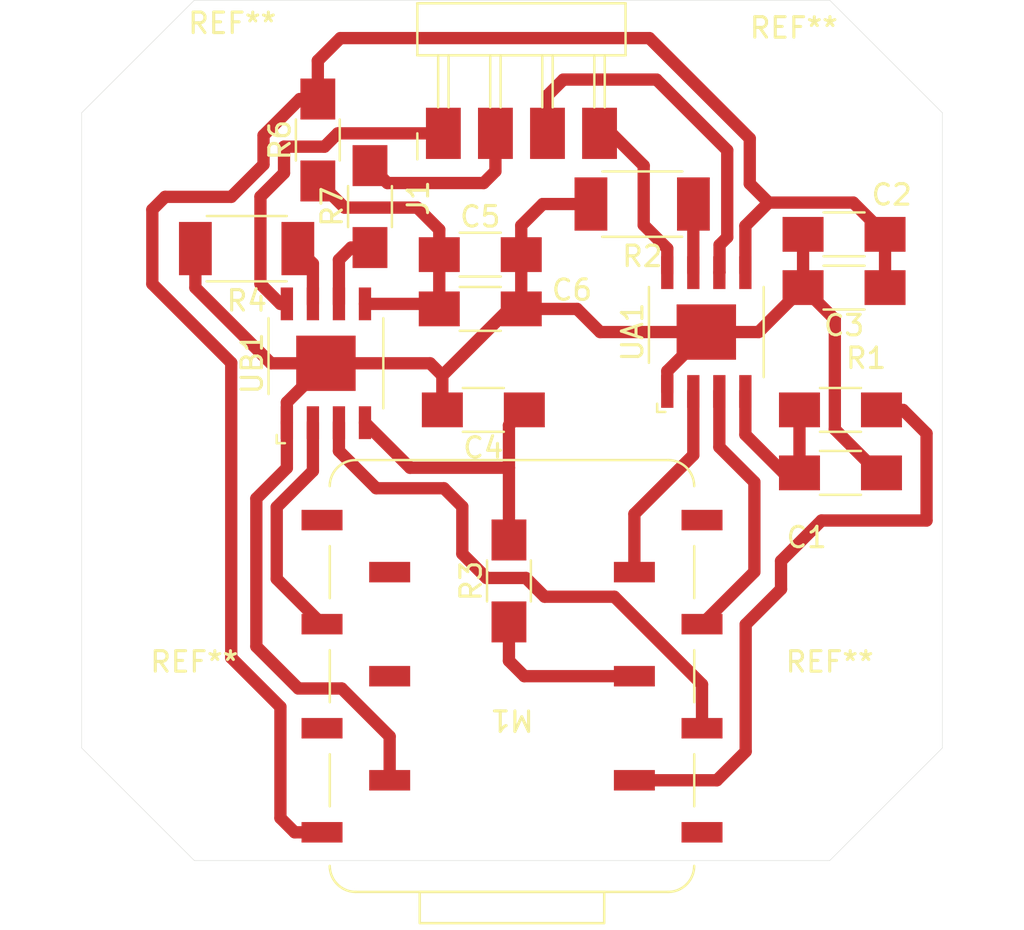
<source format=kicad_pcb>
(kicad_pcb (version 20221018) (generator pcbnew)
  (layers (0 "F.Cu" signal) (31 "B.Cu" signal) (34 "B.Paste" user) (35 "F.Paste" user) (36 "B.SilkS" user "B.Silkscreen") (37 "F.SilkS" user "F.Silkscreen") (38 "B.Mask" user) (39 "F.Mask" user) (44 "Edge.Cuts" user))
  (net 0 "")
  (net 1 "/OA2")
  (net 2 "/OA1")
  (net 3 "/OB1")
  (net 4 "/OB2")
  (net 10 "PWR_GND")
  (net 11 "Net-(UA1-VREF)")
  (net 12 "PWR_5V")
  (net 13 "/AVREF")
  (net 14 "Net-(UB1-VREF)")
  (net 15 "/AIN2")
  (net 16 "/AIN1")
  (net 17 "Net-(UA1-RS)")
  (net 18 "/BVREF")
  (net 19 "/BIN1")
  (net 20 "/BIN2")
  (net 21 "PWR_3V3")
  (net 22 "Net-(UB1-RS)")
  (net 23 "Net-(UB1-OUT1)")
  (footprint "MountingHole:MountingHole_3.2mm_M3" (layer "F.Cu") (at 124.15 48.95)
    (fp_text reference "REF**" (at 1.85 -4.375) (layer "F.SilkS"))
    (fp_text value "MountingHole_3.2mm_M3")
    (pad "" np_thru_hole circle (at 0 0) (size 3.2 3.2) (drill 3.2) (layers "*.Cu" "*.Mask"))
  )
  (footprint "fab:R_1206" (layer "F.Cu") (at 130.175 50.275 90)
    (fp_text reference "R6" (at 0 -1.85 90) (layer "F.SilkS"))
    (fp_text value "0 ohm")
    (fp_line (start -1 -1.07) (end 1 -1.07) (stroke (width 0.12)) (layer "F.SilkS"))
    (fp_line (start 1 1.07) (end -1 1.07) (stroke (width 0.12)) (layer "F.SilkS"))
    (pad "1" smd rect (at -2 0 90) (size 2 1.7) (layers "F.Cu" "F.Paste" "F.Mask") (net 12 "PWR_5V"))
    (pad "2" smd rect (at 2 0 90) (size 2 1.7) (layers "F.Cu" "F.Paste" "F.Mask") (net 12 "PWR_5V"))
  )
  (footprint "fab:SeeedStudio_XIAO_SocketSMD" (layer "F.Cu") (at 139.65 76.45 180)
    (fp_text reference "M1" (at 0.0025 -2.149 180 unlocked) (layer "F.SilkS"))
    (fp_text value "XIAO-RP2040_SocketSMD")
    (fp_line (start -8.89 -6.35) (end -8.89 -3.81) (stroke (width 0.12)) (layer "F.SilkS"))
    (fp_line (start -8.89 -1.27) (end -8.89 1.27) (stroke (width 0.12)) (layer "F.SilkS"))
    (fp_line (start -8.89 3.81) (end -8.89 6.35) (stroke (width 0.12)) (layer "F.SilkS"))
    (fp_line (start -7.6175 -10.531) (end 7.6225 -10.531) (stroke (width 0.12)) (layer "F.SilkS"))
    (fp_line (start 7.6225 10.551) (end -7.6175 10.551) (stroke (width 0.12)) (layer "F.SilkS"))
    (fp_line (start 8.89 -6.35) (end 8.89 -3.81) (stroke (width 0.12)) (layer "F.SilkS"))
    (fp_line (start 8.89 -1.27) (end 8.89 1.27) (stroke (width 0.12)) (layer "F.SilkS"))
    (fp_line (start 8.89 3.81) (end 8.89 6.35) (stroke (width 0.12)) (layer "F.SilkS"))
    (fp_rect (start -4.4975 -10.531) (end 4.5025 -12.055) (stroke (width 0.12)) (fill none) (layer "F.SilkS"))
    (fp_arc (start -8.8875 -9.261) (mid -8.515526 -10.159026) (end -7.6175 -10.531) (stroke (width 0.12)) (layer "F.SilkS"))
    (fp_arc (start -7.6175 10.551) (mid -8.515526 10.179026) (end -8.8875 9.281) (stroke (width 0.12)) (layer "F.SilkS"))
    (fp_arc (start 7.6225 -10.531) (mid 8.520526 -10.159026) (end 8.8925 -9.261) (stroke (width 0.12)) (layer "F.SilkS"))
    (fp_arc (start 8.8925 9.281) (mid 8.520526 10.179026) (end 7.6225 10.551) (stroke (width 0.12)) (layer "F.SilkS"))
    (pad "1" smd rect (at -9.27 -7.62 180) (size 2 1) (layers "F.Cu" "F.Paste" "F.Mask"))
    (pad "2" smd rect (at -5.97 -5.08 180) (size 2 1) (layers "F.Cu" "F.Paste" "F.Mask") (net 13 "/AVREF"))
    (pad "3" smd rect (at -9.27 -2.54 180) (size 2 1) (layers "F.Cu" "F.Paste" "F.Mask") (net 19 "/BIN1"))
    (pad "4" smd rect (at -5.97 0 180) (size 2 1) (layers "F.Cu" "F.Paste" "F.Mask") (net 18 "/BVREF"))
    (pad "5" smd rect (at -9.27 2.54 180) (size 2 1) (layers "F.Cu" "F.Paste" "F.Mask") (net 16 "/AIN1"))
    (pad "6" smd rect (at -5.97 5.08 180) (size 2 1) (layers "F.Cu" "F.Paste" "F.Mask") (net 15 "/AIN2"))
    (pad "7" smd rect (at -9.27 7.62 180) (size 2 1) (layers "F.Cu" "F.Paste" "F.Mask"))
    (pad "8" smd rect (at 9.27 7.62 180) (size 2 1) (layers "F.Cu" "F.Paste" "F.Mask"))
    (pad "9" smd rect (at 5.97 5.08 180) (size 2 1) (layers "F.Cu" "F.Paste" "F.Mask"))
    (pad "10" smd rect (at 9.27 2.54 180) (size 2 1) (layers "F.Cu" "F.Paste" "F.Mask") (net 20 "/BIN2"))
    (pad "11" smd rect (at 5.97 0 180) (size 2 1) (layers "F.Cu" "F.Paste" "F.Mask"))
    (pad "12" smd rect (at 9.27 -2.54 180) (size 2 1) (layers "F.Cu" "F.Paste" "F.Mask") (net 21 "PWR_3V3"))
    (pad "13" smd rect (at 5.97 -5.08 180) (size 2 1) (layers "F.Cu" "F.Paste" "F.Mask") (net 10 "PWR_GND"))
    (pad "14" smd rect (at 9.27 -7.62 180) (size 2 1) (layers "F.Cu" "F.Paste" "F.Mask") (net 12 "PWR_5V"))
  )
  (footprint "MountingHole:MountingHole_3.2mm_M3" (layer "F.Cu") (at 155.15 79.95)
    (fp_text reference "REF**" (at 0 -4.2) (layer "F.SilkS"))
    (fp_text value "MountingHole_3.2mm_M3")
    (pad "" np_thru_hole circle (at 0 0) (size 3.2 3.2) (drill 3.2) (layers "*.Cu" "*.Mask"))
  )
  (footprint "fab:R_2010" (layer "F.Cu") (at 146 53.4 180)
    (fp_text reference "R2" (at -0.01 -2.55) (layer "F.SilkS"))
    (fp_text value "0.250 ohm")
    (fp_line (start -1.95 -1.6) (end 1.95 -1.6) (stroke (width 0.12)) (layer "F.SilkS"))
    (fp_line (start 1.94 1.59) (end -1.96 1.59) (stroke (width 0.12)) (layer "F.SilkS"))
    (pad "1" smd rect (at -2.5 0 180) (size 1.6 2.6) (layers "F.Cu" "F.Paste" "F.Mask") (net 17 "Net-(UA1-RS)"))
    (pad "2" smd rect (at 2.5 0 180) (size 1.6 2.6) (layers "F.Cu" "F.Paste" "F.Mask") (net 10 "PWR_GND"))
  )
  (footprint "fab:R_2010" (layer "F.Cu") (at 126.7 55.575 180)
    (fp_text reference "R4" (at -0.01 -2.55) (layer "F.SilkS"))
    (fp_text value "0.250 ohm")
    (fp_line (start -1.95 -1.6) (end 1.95 -1.6) (stroke (width 0.12)) (layer "F.SilkS"))
    (fp_line (start 1.94 1.59) (end -1.96 1.59) (stroke (width 0.12)) (layer "F.SilkS"))
    (pad "1" smd rect (at -2.5 0 180) (size 1.6 2.6) (layers "F.Cu" "F.Paste" "F.Mask") (net 22 "Net-(UB1-RS)"))
    (pad "2" smd rect (at 2.5 0 180) (size 1.6 2.6) (layers "F.Cu" "F.Paste" "F.Mask") (net 10 "PWR_GND"))
  )
  (footprint "fab:R_1206" (layer "F.Cu") (at 139.5 71.8 90)
    (fp_text reference "R3" (at 0 -1.85 90) (layer "F.SilkS"))
    (fp_text value "120 ohm")
    (fp_line (start -1 -1.07) (end 1 -1.07) (stroke (width 0.12)) (layer "F.SilkS"))
    (fp_line (start 1 1.07) (end -1 1.07) (stroke (width 0.12)) (layer "F.SilkS"))
    (pad "1" smd rect (at -2 0 90) (size 2 1.7) (layers "F.Cu" "F.Paste" "F.Mask") (net 18 "/BVREF"))
    (pad "2" smd rect (at 2 0 90) (size 2 1.7) (layers "F.Cu" "F.Paste" "F.Mask") (net 14 "Net-(UB1-VREF)"))
  )
  (footprint "fab:C_1206" (layer "F.Cu") (at 155.675 66.525)
    (fp_text reference "C1" (at -1.65 3.15) (layer "F.SilkS"))
    (fp_text value "0.1 uF")
    (fp_line (start -1 -1.07) (end 1 -1.07) (stroke (width 0.12)) (layer "F.SilkS"))
    (fp_line (start 1 1.07) (end -1 1.07) (stroke (width 0.12)) (layer "F.SilkS"))
    (pad "1" smd rect (at -2 0) (size 2 1.7) (layers "F.Cu" "F.Paste" "F.Mask") (net 11 "Net-(UA1-VREF)"))
    (pad "2" smd rect (at 2 0) (size 2 1.7) (layers "F.Cu" "F.Paste" "F.Mask") (net 10 "PWR_GND"))
  )
  (footprint "fab:C_1206" (layer "F.Cu") (at 138.099998 55.870001)
    (fp_text reference "C5" (at 0 -1.85) (layer "F.SilkS"))
    (fp_text value "1uF")
    (fp_line (start -1 -1.07) (end 1 -1.07) (stroke (width 0.12)) (layer "F.SilkS"))
    (fp_line (start 1 1.07) (end -1 1.07) (stroke (width 0.12)) (layer "F.SilkS"))
    (pad "1" smd rect (at -2 0) (size 2 1.7) (layers "F.Cu" "F.Paste" "F.Mask") (net 12 "PWR_5V"))
    (pad "2" smd rect (at 2 0) (size 2 1.7) (layers "F.Cu" "F.Paste" "F.Mask") (net 10 "PWR_GND"))
  )
  (footprint "MountingHole:MountingHole_3.2mm_M3" (layer "F.Cu") (at 155.15 48.95)
    (fp_text reference "REF**" (at -1.75 -4.15) (layer "F.SilkS"))
    (fp_text value "MountingHole_3.2mm_M3")
    (pad "" np_thru_hole circle (at 0 0) (size 3.2 3.2) (drill 3.2) (layers "*.Cu" "*.Mask"))
  )
  (footprint "fab:C_1206" (layer "F.Cu") (at 138.099998 58.520001)
    (fp_text reference "C6" (at 4.475002 -0.920001) (layer "F.SilkS"))
    (fp_text value "10uF")
    (fp_line (start -1 -1.07) (end 1 -1.07) (stroke (width 0.12)) (layer "F.SilkS"))
    (fp_line (start 1 1.07) (end -1 1.07) (stroke (width 0.12)) (layer "F.SilkS"))
    (pad "1" smd rect (at -2 0) (size 2 1.7) (layers "F.Cu" "F.Paste" "F.Mask") (net 12 "PWR_5V"))
    (pad "2" smd rect (at 2 0) (size 2 1.7) (layers "F.Cu" "F.Paste" "F.Mask") (net 10 "PWR_GND"))
  )
  (footprint "MountingHole:MountingHole_3.2mm_M3" (layer "F.Cu") (at 124.15 79.95)
    (fp_text reference "REF**" (at 0 -4.2) (layer "F.SilkS"))
    (fp_text value "MountingHole_3.2mm_M3")
    (pad "" np_thru_hole circle (at 0 0) (size 3.2 3.2) (drill 3.2) (layers "*.Cu" "*.Mask"))
  )
  (footprint "fab:HSOP-8" (layer "F.Cu") (at 130.57 61.175 90)
    (fp_text reference "UB1" (at 0 -3.6 90 unlocked) (layer "F.SilkS"))
    (fp_text value "TB67H451FNG")
    (fp_line (start -3.9 -2.4) (end -3.5 -2.4) (stroke (width 0.12)) (layer "F.SilkS"))
    (fp_line (start -3.9 -2) (end -3.9 -2.4) (stroke (width 0.12)) (layer "F.SilkS"))
    (fp_line (start -2.2 2.8) (end 2.2 2.8) (stroke (width 0.12)) (layer "F.SilkS"))
    (fp_line (start -1.5 -2.8) (end 2.2 -2.8) (stroke (width 0.12)) (layer "F.SilkS"))
    (pad "1" smd rect (at -2.9 -1.905 90) (size 1.6 0.6) (layers "F.Cu" "F.Paste" "F.Mask") (net 10 "PWR_GND"))
    (pad "2" smd rect (at -2.9 -0.635 90) (size 1.6 0.6) (layers "F.Cu" "F.Paste" "F.Mask") (net 20 "/BIN2"))
    (pad "3" smd rect (at -2.9 0.635 90) (size 1.6 0.6) (layers "F.Cu" "F.Paste" "F.Mask") (net 19 "/BIN1"))
    (pad "4" smd rect (at -2.9 1.905 90) (size 1.6 0.6) (layers "F.Cu" "F.Paste" "F.Mask") (net 14 "Net-(UB1-VREF)"))
    (pad "5" smd rect (at 2.9 1.905 90) (size 1.6 0.6) (layers "F.Cu" "F.Paste" "F.Mask") (net 12 "PWR_5V"))
    (pad "6" smd rect (at 2.9 0.635 90) (size 1.6 0.6) (layers "F.Cu" "F.Paste" "F.Mask") (net 23 "Net-(UB1-OUT1)"))
    (pad "7" smd rect (at 2.9 -0.635 90) (size 1.6 0.6) (layers "F.Cu" "F.Paste" "F.Mask") (net 22 "Net-(UB1-RS)"))
    (pad "8" smd rect (at 2.9 -1.905 90) (size 1.6 0.6) (layers "F.Cu" "F.Paste" "F.Mask") (net 3 "/OB1"))
    (pad "9" smd rect (at 0 0 90) (size 2.7 2.9) (layers "F.Cu" "F.Paste" "F.Mask") (net 10 "PWR_GND"))
  )
  (footprint "fab:HSOP-8" (layer "F.Cu") (at 149.13 59.65 90)
    (fp_text reference "UA1" (at 0 -3.6 90 unlocked) (layer "F.SilkS"))
    (fp_text value "TB67H451FNG")
    (fp_line (start -3.9 -2.4) (end -3.5 -2.4) (stroke (width 0.12)) (layer "F.SilkS"))
    (fp_line (start -3.9 -2) (end -3.9 -2.4) (stroke (width 0.12)) (layer "F.SilkS"))
    (fp_line (start -2.2 2.8) (end 2.2 2.8) (stroke (width 0.12)) (layer "F.SilkS"))
    (fp_line (start -1.5 -2.8) (end 2.2 -2.8) (stroke (width 0.12)) (layer "F.SilkS"))
    (pad "1" smd rect (at -2.9 -1.905 90) (size 1.6 0.6) (layers "F.Cu" "F.Paste" "F.Mask") (net 10 "PWR_GND"))
    (pad "2" smd rect (at -2.9 -0.635 90) (size 1.6 0.6) (layers "F.Cu" "F.Paste" "F.Mask") (net 15 "/AIN2"))
    (pad "3" smd rect (at -2.9 0.635 90) (size 1.6 0.6) (layers "F.Cu" "F.Paste" "F.Mask") (net 16 "/AIN1"))
    (pad "4" smd rect (at -2.9 1.905 90) (size 1.6 0.6) (layers "F.Cu" "F.Paste" "F.Mask") (net 11 "Net-(UA1-VREF)"))
    (pad "5" smd rect (at 2.9 1.905 90) (size 1.6 0.6) (layers "F.Cu" "F.Paste" "F.Mask") (net 12 "PWR_5V"))
    (pad "6" smd rect (at 2.9 0.635 90) (size 1.6 0.6) (layers "F.Cu" "F.Paste" "F.Mask") (net 2 "/OA1"))
    (pad "7" smd rect (at 2.9 -0.635 90) (size 1.6 0.6) (layers "F.Cu" "F.Paste" "F.Mask") (net 17 "Net-(UA1-RS)"))
    (pad "8" smd rect (at 2.9 -1.905 90) (size 1.6 0.6) (layers "F.Cu" "F.Paste" "F.Mask") (net 1 "/OA2"))
    (pad "9" smd rect (at 0 0 90) (size 2.7 2.9) (layers "F.Cu" "F.Paste" "F.Mask") (net 10 "PWR_GND"))
  )
  (footprint "fab:R_1206" (layer "F.Cu") (at 155.675 63.45 180)
    (fp_text reference "R1" (at -1.25 2.525) (layer "F.SilkS"))
    (fp_text value "120 ohm")
    (fp_line (start -1 -1.07) (end 1 -1.07) (stroke (width 0.12)) (layer "F.SilkS"))
    (fp_line (start 1 1.07) (end -1 1.07) (stroke (width 0.12)) (layer "F.SilkS"))
    (pad "1" smd rect (at -2 0 180) (size 2 1.7) (layers "F.Cu" "F.Paste" "F.Mask") (net 13 "/AVREF"))
    (pad "2" smd rect (at 2 0 180) (size 2 1.7) (layers "F.Cu" "F.Paste" "F.Mask") (net 11 "Net-(UA1-VREF)"))
  )
  (footprint "fab:C_1206" (layer "F.Cu") (at 155.85 57.48 180)
    (fp_text reference "C3" (at 0 -1.85) (layer "F.SilkS"))
    (fp_text value "10uF")
    (fp_line (start -1 -1.07) (end 1 -1.07) (stroke (width 0.12)) (layer "F.SilkS"))
    (fp_line (start 1 1.07) (end -1 1.07) (stroke (width 0.12)) (layer "F.SilkS"))
    (pad "1" smd rect (at -2 0 180) (size 2 1.7) (layers "F.Cu" "F.Paste" "F.Mask") (net 12 "PWR_5V"))
    (pad "2" smd rect (at 2 0 180) (size 2 1.7) (layers "F.Cu" "F.Paste" "F.Mask") (net 10 "PWR_GND"))
  )
  (footprint "fab:C_1206" (layer "F.Cu") (at 138.25 63.45 180)
    (fp_text reference "C4" (at 0 -1.85) (layer "F.SilkS"))
    (fp_text value "0.1 uF")
    (fp_line (start -1 -1.07) (end 1 -1.07) (stroke (width 0.12)) (layer "F.SilkS"))
    (fp_line (start 1 1.07) (end -1 1.07) (stroke (width 0.12)) (layer "F.SilkS"))
    (pad "1" smd rect (at -2 0 180) (size 2 1.7) (layers "F.Cu" "F.Paste" "F.Mask") (net 14 "Net-(UB1-VREF)"))
    (pad "2" smd rect (at 2 0 180) (size 2 1.7) (layers "F.Cu" "F.Paste" "F.Mask") (net 10 "PWR_GND"))
  )
  (footprint "fab:R_1206" (layer "F.Cu") (at 132.72 53.525 90)
    (fp_text reference "R7" (at 0 -1.85 90) (layer "F.SilkS"))
    (fp_text value "0 ohm")
    (fp_line (start -1 -1.07) (end 1 -1.07) (stroke (width 0.12)) (layer "F.SilkS"))
    (fp_line (start 1 1.07) (end -1 1.07) (stroke (width 0.12)) (layer "F.SilkS"))
    (pad "1" smd rect (at -2 0 90) (size 2 1.7) (layers "F.Cu" "F.Paste" "F.Mask") (net 23 "Net-(UB1-OUT1)"))
    (pad "2" smd rect (at 2 0 90) (size 2 1.7) (layers "F.Cu" "F.Paste" "F.Mask") (net 4 "/OB2"))
  )
  (footprint "fab:C_1206" (layer "F.Cu") (at 155.85 54.88 180)
    (fp_text reference "C2" (at -2.325 1.93) (layer "F.SilkS"))
    (fp_text value "1uF")
    (fp_line (start -1 -1.07) (end 1 -1.07) (stroke (width 0.12)) (layer "F.SilkS"))
    (fp_line (start 1 1.07) (end -1 1.07) (stroke (width 0.12)) (layer "F.SilkS"))
    (pad "1" smd rect (at -2 0 180) (size 2 1.7) (layers "F.Cu" "F.Paste" "F.Mask") (net 12 "PWR_5V"))
    (pad "2" smd rect (at 2 0 180) (size 2 1.7) (layers "F.Cu" "F.Paste" "F.Mask") (net 10 "PWR_GND"))
  )
  (footprint "fab:PinHeader_1x04_P2.54mm_Horizontal_SMD" (layer "F.Cu") (at 136.3 49.95 90)
    (fp_text reference "J1" (at -2.2 -1.225 90) (layer "F.SilkS") (effects (justify right)))
    (fp_text value "Conn_PinHeader_1x04_P2.54mm_Horizontal_SMD")
    (fp_line (start -1.27 -1.27) (end 0 -1.27) (stroke (width 0.12)) (layer "F.SilkS"))
    (fp_line (start 3.81 -1.27) (end 6.35 -1.27) (stroke (width 0.12)) (layer "F.SilkS"))
    (fp_line (start 3.81 -0.254) (end 1.27 -0.254) (stroke (width 0.12)) (layer "F.SilkS"))
    (fp_line (start 3.81 0.254) (end 1.27 0.254) (stroke (width 0.12)) (layer "F.SilkS"))
    (fp_line (start 3.81 2.286) (end 1.27 2.286) (stroke (width 0.12)) (layer "F.SilkS"))
    (fp_line (start 3.81 2.794) (end 1.27 2.794) (stroke (width 0.12)) (layer "F.SilkS"))
    (fp_line (start 3.81 4.826) (end 1.27 4.826) (stroke (width 0.12)) (layer "F.SilkS"))
    (fp_line (start 3.81 5.334) (end 1.27 5.334) (stroke (width 0.12)) (layer "F.SilkS"))
    (fp_line (start 3.81 7.366) (end 1.27 7.366) (stroke (width 0.12)) (layer "F.SilkS"))
    (fp_line (start 3.81 7.874) (end 1.27 7.874) (stroke (width 0.12)) (layer "F.SilkS"))
    (fp_line (start 3.81 8.89) (end 3.81 -1.27) (stroke (width 0.12)) (layer "F.SilkS"))
    (fp_line (start 6.35 -1.27) (end 6.35 8.89) (stroke (width 0.12)) (layer "F.SilkS"))
    (fp_line (start 6.35 8.89) (end 3.81 8.89) (stroke (width 0.12)) (layer "F.SilkS"))
    (pad "1" smd rect (at 0 0 90) (size 2.5 1.7) (layers "F.Cu" "F.Paste" "F.Mask") (net 3 "/OB1"))
    (pad "2" smd rect (at 0 2.54 90) (size 2.5 1.7) (layers "F.Cu" "F.Paste" "F.Mask") (net 4 "/OB2"))
    (pad "3" smd rect (at 0 5.08 90) (size 2.5 1.7) (layers "F.Cu" "F.Paste" "F.Mask") (net 2 "/OA1"))
    (pad "4" smd rect (at 0 7.62 90) (size 2.5 1.7) (layers "F.Cu" "F.Paste" "F.Mask") (net 1 "/OA2"))
  )
  (gr_line (start 160.649907 48.95) (end 160.649907 79.95) (stroke (width 0.019999)) (layer "Edge.Cuts"))
  (gr_line (start 124.150003 43.450093) (end 118.650094 48.95) (stroke (width 0.019999)) (layer "Edge.Cuts"))
  (gr_line (start 124.150003 43.450097) (end 155.150003 43.450097) (stroke (width 0.019999)) (layer "Edge.Cuts"))
  (gr_line (start 155.150003 85.449908) (end 160.649907 79.950007) (stroke (width 0.019999)) (layer "Edge.Cuts"))
  (gr_line (start 160.649907 48.95) (end 155.150003 43.450093) (stroke (width 0.019999)) (layer "Edge.Cuts"))
  (gr_line (start 124.150003 85.449908) (end 155.150003 85.449908) (stroke (width 0.019999)) (layer "Edge.Cuts"))
  (gr_line (start 118.650094 48.95) (end 118.650094 79.95) (stroke (width 0.019999)) (layer "Edge.Cuts"))
  (gr_line (start 124.150003 85.449908) (end 118.650094 79.95) (stroke (width 0.019999)) (layer "Edge.Cuts"))
  (segment (start 147.225 56.75) (end 147.225 55.575) (width 0.6) (layer "F.Cu") (net 1))
  (segment (start 146.075 51.525) (end 144.5 49.95) (width 0.6) (layer "F.Cu") (net 1))
  (segment (start 144.5 49.95) (end 143.92 49.95) (width 0.6) (layer "F.Cu") (net 1))
  (segment (start 146.075 54.425) (end 146.075 51.525) (width 0.6) (layer "F.Cu") (net 1))
  (segment (start 147.225 55.575) (end 146.075 54.425) (width 0.6) (layer "F.Cu") (net 1))
  (segment (start 146.7 47.325) (end 142.155 47.325) (width 0.6) (layer "F.Cu") (net 2))
  (segment (start 150.15 50.775) (end 146.7 47.325) (width 0.6) (layer "F.Cu") (net 2))
  (segment (start 142.155 47.325) (end 141.38 48.1) (width 0.6) (layer "F.Cu") (net 2))
  (segment (start 150.15 55.025) (end 150.15 50.775) (width 0.6) (layer "F.Cu") (net 2))
  (segment (start 149.765 56.75) (end 149.775 56.74) (width 0.6) (layer "F.Cu") (net 2))
  (segment (start 149.775 55.4) (end 150.15 55.025) (width 0.6) (layer "F.Cu") (net 2))
  (segment (start 141.38 48.1) (end 141.38 49.95) (width 0.6) (layer "F.Cu") (net 2))
  (segment (start 149.775 56.74) (end 149.775 55.4) (width 0.6) (layer "F.Cu") (net 2))
  (segment (start 127.375 57.3) (end 127.375 53.039214) (width 0.6) (layer "F.Cu") (net 3))
  (segment (start 131.15 49.95) (end 136.3 49.95) (width 0.6) (layer "F.Cu") (net 3))
  (segment (start 128.35 58.275) (end 127.375 57.3) (width 0.6) (layer "F.Cu") (net 3))
  (segment (start 128.525 50.6) (end 130.5 50.6) (width 0.6) (layer "F.Cu") (net 3))
  (segment (start 128.665 58.275) (end 128.35 58.275) (width 0.6) (layer "F.Cu") (net 3))
  (segment (start 130.5 50.6) (end 131.15 49.95) (width 0.6) (layer "F.Cu") (net 3))
  (segment (start 128.525 51.889214) (end 128.525 50.6) (width 0.6) (layer "F.Cu") (net 3))
  (segment (start 127.375 53.039214) (end 128.525 51.889214) (width 0.6) (layer "F.Cu") (net 3))
  (segment (start 133.57 52.375) (end 138.265 52.375) (width 0.6) (layer "F.Cu") (net 4))
  (segment (start 132.72 51.525) (end 133.57 52.375) (width 0.6) (layer "F.Cu") (net 4))
  (segment (start 138.265 52.375) (end 138.84 51.8) (width 0.6) (layer "F.Cu") (net 4))
  (segment (start 138.84 51.8) (end 138.84 49.95) (width 0.6) (layer "F.Cu") (net 4))
  (segment (start 155.4 59.03) (end 153.85 57.48) (width 0.6) (layer "F.Cu") (net 10))
  (segment (start 147.225 61.555) (end 147.225 62.55) (width 0.6) (layer "F.Cu") (net 10))
  (segment (start 149.13 59.65) (end 147.225 61.555) (width 0.6) (layer "F.Cu") (net 10))
  (segment (start 139.502499 58.520001) (end 140.099998 58.520001) (width 0.6) (layer "F.Cu") (net 10))
  (segment (start 124.2 57.485786) (end 124.2 55.575) (width 0.6) (layer "F.Cu") (net 10))
  (segment (start 129.225 77.05) (end 127.175 75) (width 0.6) (layer "F.Cu") (net 10))
  (segment (start 153.85 57.48) (end 153.85 54.88) (width 0.6) (layer "F.Cu") (net 10))
  (segment (start 135.6525 61.175) (end 136.25 61.7725) (width 0.6) (layer "F.Cu") (net 10))
  (segment (start 140.099998 55.870001) (end 140.099998 54.450002) (width 0.6) (layer "F.Cu") (net 10))
  (segment (start 141.15 53.4) (end 143.5 53.4) (width 0.6) (layer "F.Cu") (net 10))
  (segment (start 149.13 59.65) (end 143.95 59.65) (width 0.6) (layer "F.Cu") (net 10))
  (segment (start 157.525 66.525) (end 155.4 64.4) (width 0.6) (layer "F.Cu") (net 10))
  (segment (start 140.099998 54.450002) (end 141.15 53.4) (width 0.6) (layer "F.Cu") (net 10))
  (segment (start 136.25 63.45) (end 136.25 61.7725) (width 0.6) (layer "F.Cu") (net 10))
  (segment (start 149.13 59.65) (end 151.68 59.65) (width 0.6) (layer "F.Cu") (net 10))
  (segment (start 157.675 66.525) (end 157.525 66.525) (width 0.6) (layer "F.Cu") (net 10))
  (segment (start 133.68 79.39) (end 131.34 77.05) (width 0.6) (layer "F.Cu") (net 10))
  (segment (start 131.34 77.05) (end 129.225 77.05) (width 0.6) (layer "F.Cu") (net 10))
  (segment (start 128.665 66.285) (end 128.665 64.075) (width 0.6) (layer "F.Cu") (net 10))
  (segment (start 130.57 61.175) (end 128.665 63.08) (width 0.6) (layer "F.Cu") (net 10))
  (segment (start 155.4 64.4) (end 155.4 59.03) (width 0.6) (layer "F.Cu") (net 10))
  (segment (start 140.099998 58.520001) (end 140.099998 55.870001) (width 0.6) (layer "F.Cu") (net 10))
  (segment (start 127.175 75) (end 127.175 67.775) (width 0.6) (layer "F.Cu") (net 10))
  (segment (start 143.95 59.65) (end 142.820001 58.520001) (width 0.6) (layer "F.Cu") (net 10))
  (segment (start 133.68 81.53) (end 133.68 79.39) (width 0.6) (layer "F.Cu") (net 10))
  (segment (start 142.820001 58.520001) (end 140.099998 58.520001) (width 0.6) (layer "F.Cu") (net 10))
  (segment (start 127.889214 61.175) (end 124.2 57.485786) (width 0.6) (layer "F.Cu") (net 10))
  (segment (start 130.57 61.175) (end 127.889214 61.175) (width 0.6) (layer "F.Cu") (net 10))
  (segment (start 128.665 63.08) (end 128.665 64.075) (width 0.6) (layer "F.Cu") (net 10))
  (segment (start 136.25 61.7725) (end 139.502499 58.520001) (width 0.6) (layer "F.Cu") (net 10))
  (segment (start 130.57 61.175) (end 135.6525 61.175) (width 0.6) (layer "F.Cu") (net 10))
  (segment (start 127.175 67.775) (end 128.665 66.285) (width 0.6) (layer "F.Cu") (net 10))
  (segment (start 151.68 59.65) (end 153.85 57.48) (width 0.6) (layer "F.Cu") (net 10))
  (segment (start 151.035 64.66) (end 152.9 66.525) (width 0.6) (layer "F.Cu") (net 11))
  (segment (start 152.9 66.525) (end 153.675 66.525) (width 0.6) (layer "F.Cu") (net 11))
  (segment (start 153.675 66.525) (end 153.675 63.45) (width 0.6) (layer "F.Cu") (net 11))
  (segment (start 151.035 62.55) (end 151.035 64.66) (width 0.6) (layer "F.Cu") (net 11))
  (segment (start 130.175 48.275) (end 130.175 46.4) (width 0.6) (layer "F.Cu") (net 12))
  (segment (start 136.099998 54.649998) (end 135.025 53.575) (width 0.6) (layer "F.Cu") (net 12))
  (segment (start 131.475 53.575) (end 130.175 52.275) (width 0.6) (layer "F.Cu") (net 12))
  (segment (start 135.854997 58.275) (end 136.099998 58.520001) (width 0.6) (layer "F.Cu") (net 12))
  (segment (start 136.099998 55.870001) (end 136.099998 54.649998) (width 0.6) (layer "F.Cu") (net 12))
  (segment (start 125.95 75.55) (end 125.95 61.15) (width 0.6) (layer "F.Cu") (net 12))
  (segment (start 122.725 53.05) (end 125.95 53.05) (width 0.6) (layer "F.Cu") (net 12))
  (segment (start 130.38 84.07) (end 129.045 84.07) (width 0.6) (layer "F.Cu") (net 12))
  (segment (start 129.3 48.275) (end 130.175 48.275) (width 0.6) (layer "F.Cu") (net 12))
  (segment (start 146.35 45.3) (end 151.25 50.2) (width 0.6) (layer "F.Cu") (net 12))
  (segment (start 151.25 52.41) (end 152.17 53.33) (width 0.6) (layer "F.Cu") (net 12))
  (segment (start 129.045 84.07) (end 128.35 83.375) (width 0.6) (layer "F.Cu") (net 12))
  (segment (start 127.525 51.475) (end 127.525 50.05) (width 0.6) (layer "F.Cu") (net 12))
  (segment (start 151.035 54.465) (end 151.035 56.75) (width 0.6) (layer "F.Cu") (net 12))
  (segment (start 157.85 57.48) (end 157.85 54.88) (width 0.6) (layer "F.Cu") (net 12))
  (segment (start 125.95 61.15) (end 122.1 57.3) (width 0.6) (layer "F.Cu") (net 12))
  (segment (start 131.275 45.3) (end 146.35 45.3) (width 0.6) (layer "F.Cu") (net 12))
  (segment (start 127.525 50.05) (end 129.3 48.275) (width 0.6) (layer "F.Cu") (net 12))
  (segment (start 135.025 53.575) (end 131.475 53.575) (width 0.6) (layer "F.Cu") (net 12))
  (segment (start 128.35 83.375) (end 128.35 77.95) (width 0.6) (layer "F.Cu") (net 12))
  (segment (start 156.3 53.33) (end 152.17 53.33) (width 0.6) (layer "F.Cu") (net 12))
  (segment (start 122.1 53.675) (end 122.725 53.05) (width 0.6) (layer "F.Cu") (net 12))
  (segment (start 122.1 57.3) (end 122.1 53.675) (width 0.6) (layer "F.Cu") (net 12))
  (segment (start 128.35 77.95) (end 125.95 75.55) (width 0.6) (layer "F.Cu") (net 12))
  (segment (start 125.95 53.05) (end 127.525 51.475) (width 0.6) (layer "F.Cu") (net 12))
  (segment (start 132.475 58.275) (end 135.854997 58.275) (width 0.6) (layer "F.Cu") (net 12))
  (segment (start 136.099998 58.520001) (end 136.099998 55.870001) (width 0.6) (layer "F.Cu") (net 12))
  (segment (start 157.85 54.88) (end 156.3 53.33) (width 0.6) (layer "F.Cu") (net 12))
  (segment (start 130.175 46.4) (end 131.275 45.3) (width 0.6) (layer "F.Cu") (net 12))
  (segment (start 151.25 50.2) (end 151.25 52.41) (width 0.6) (layer "F.Cu") (net 12))
  (segment (start 152.17 53.33) (end 151.035 54.465) (width 0.6) (layer "F.Cu") (net 12))
  (segment (start 159.875 64.6) (end 158.725 63.45) (width 0.6) (layer "F.Cu") (net 13))
  (segment (start 154.75 68.85) (end 159.875 68.85) (width 0.6) (layer "F.Cu") (net 13))
  (segment (start 159.875 68.85) (end 159.875 64.6) (width 0.6) (layer "F.Cu") (net 13))
  (segment (start 145.62 81.53) (end 149.645 81.53) (width 0.6) (layer "F.Cu") (net 13))
  (segment (start 149.645 81.53) (end 151.05 80.125) (width 0.6) (layer "F.Cu") (net 13))
  (segment (start 151.05 73.925) (end 152.775 72.2) (width 0.6) (layer "F.Cu") (net 13))
  (segment (start 152.775 70.825) (end 154.75 68.85) (width 0.6) (layer "F.Cu") (net 13))
  (segment (start 152.775 72.2) (end 152.775 70.825) (width 0.6) (layer "F.Cu") (net 13))
  (segment (start 158.725 63.45) (end 157.675 63.45) (width 0.6) (layer "F.Cu") (net 13))
  (segment (start 151.05 80.125) (end 151.05 73.925) (width 0.6) (layer "F.Cu") (net 13))
  (segment (start 139.5 69.8) (end 139.5 66.275) (width 0.6) (layer "F.Cu") (net 14))
  (segment (start 139.5 66.275) (end 139.5 64.2) (width 0.6) (layer "F.Cu") (net 14))
  (segment (start 139.5 69.8) (end 139.6 69.7) (width 0.6) (layer "F.Cu") (net 14))
  (segment (start 134.675 66.275) (end 139.5 66.275) (width 0.6) (layer "F.Cu") (net 14))
  (segment (start 132.475 64.075) (end 134.675 66.275) (width 0.6) (layer "F.Cu") (net 14))
  (segment (start 139.5 64.2) (end 140.25 63.45) (width 0.6) (layer "F.Cu") (net 14))
  (segment (start 148.495 65.655) (end 148.495 62.55) (width 0.6) (layer "F.Cu") (net 15))
  (segment (start 145.62 71.37) (end 145.62 68.53) (width 0.6) (layer "F.Cu") (net 15))
  (segment (start 145.62 68.53) (end 148.495 65.655) (width 0.6) (layer "F.Cu") (net 15))
  (segment (start 151.475 66.975) (end 149.765 65.265) (width 0.6) (layer "F.Cu") (net 16))
  (segment (start 148.92 73.91) (end 151.475 71.355) (width 0.6) (layer "F.Cu") (net 16))
  (segment (start 149.765 65.265) (end 149.765 62.55) (width 0.6) (layer "F.Cu") (net 16))
  (segment (start 151.475 71.355) (end 151.475 66.975) (width 0.6) (layer "F.Cu") (net 16))
  (segment (start 148.495 53.405) (end 148.5 53.4) (width 0.6) (layer "F.Cu") (net 17))
  (segment (start 148.495 56.75) (end 148.495 53.405) (width 0.6) (layer "F.Cu") (net 17))
  (segment (start 140.25 76.45) (end 145.62 76.45) (width 0.6) (layer "F.Cu") (net 18))
  (segment (start 139.5 73.8) (end 139.5 75.7) (width 0.6) (layer "F.Cu") (net 18))
  (segment (start 145.62 76.45) (end 145.12 76.45) (width 0.6) (layer "F.Cu") (net 18))
  (segment (start 139.5 75.7) (end 140.25 76.45) (width 0.6) (layer "F.Cu") (net 18))
  (segment (start 144.64 72.57) (end 141.24 72.57) (width 0.6) (layer "F.Cu") (net 19))
  (segment (start 137.225 70.475) (end 137.225 68.175) (width 0.6) (layer "F.Cu") (net 19))
  (segment (start 136.325 67.275) (end 133.025 67.275) (width 0.6) (layer "F.Cu") (net 19))
  (segment (start 140.325 71.655) (end 138.405 71.655) (width 0.6) (layer "F.Cu") (net 19))
  (segment (start 148.92 76.85) (end 144.64 72.57) (width 0.6) (layer "F.Cu") (net 19))
  (segment (start 137.225 68.175) (end 136.325 67.275) (width 0.6) (layer "F.Cu") (net 19))
  (segment (start 148.92 78.99) (end 148.92 76.85) (width 0.6) (layer "F.Cu") (net 19))
  (segment (start 141.24 72.57) (end 140.325 71.655) (width 0.6) (layer "F.Cu") (net 19))
  (segment (start 131.205 65.455) (end 131.205 64.075) (width 0.6) (layer "F.Cu") (net 19))
  (segment (start 138.405 71.655) (end 137.225 70.475) (width 0.6) (layer "F.Cu") (net 19))
  (segment (start 133.025 67.275) (end 131.205 65.455) (width 0.6) (layer "F.Cu") (net 19))
  (segment (start 128.169607 68.194607) (end 129.935 66.429214) (width 0.6) (layer "F.Cu") (net 20))
  (segment (start 128.169607 71.699607) (end 128.169607 68.194607) (width 0.6) (layer "F.Cu") (net 20))
  (segment (start 129.935 66.429214) (end 129.935 64.075) (width 0.6) (layer "F.Cu") (net 20))
  (segment (start 130.38 73.91) (end 128.169607 71.699607) (width 0.6) (layer "F.Cu") (net 20))
  (segment (start 129.935 56.31) (end 129.2 55.575) (width 0.6) (layer "F.Cu") (net 22))
  (segment (start 129.935 58.275) (end 129.935 56.31) (width 0.6) (layer "F.Cu") (net 22))
  (segment (start 131.205 58.275) (end 131.205 56.12) (width 0.6) (layer "F.Cu") (net 23))
  (segment (start 131.8 55.525) (end 132.72 55.525) (width 0.6) (layer "F.Cu") (net 23))
  (segment (start 131.205 56.12) (end 131.8 55.525) (width 0.6) (layer "F.Cu") (net 23))
)
</source>
